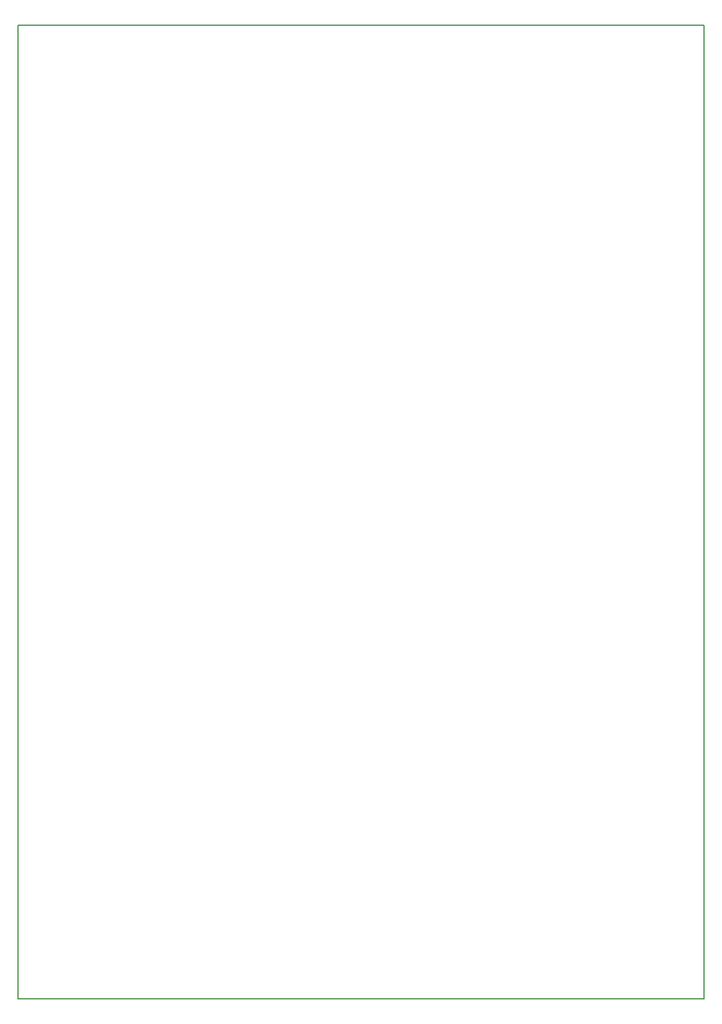
<source format=gbr>
G04 PROTEUS GERBER X2 FILE*
%TF.GenerationSoftware,Labcenter,Proteus,8.15-SP1-Build34318*%
%TF.CreationDate,2023-09-22T16:20:16+00:00*%
%TF.FileFunction,NonPlated,1,0,NPTH*%
%TF.FilePolarity,Positive*%
%TF.Part,Single*%
%TF.SameCoordinates,{3c8dde4f-ac42-4326-9e26-51d233c7aa90}*%
%FSLAX45Y45*%
%MOMM*%
G01*
%TA.AperFunction,Profile*%
%ADD19C,0.203200*%
%TD.AperFunction*%
D19*
X-8214500Y-7201500D02*
X+1472000Y-7201500D01*
X+1472000Y+6540500D01*
X-8214500Y+6540500D01*
X-8214500Y-7201500D01*
M02*

</source>
